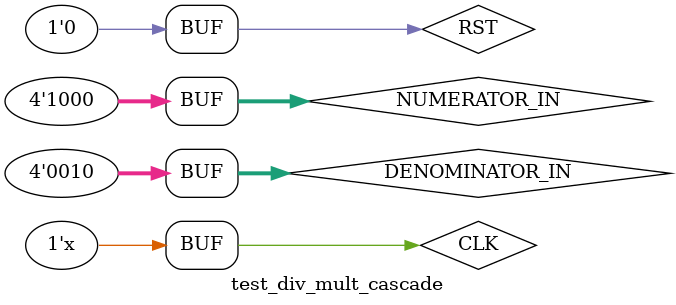
<source format=v>
`timescale 1ns/1ps

module test_div_mult_cascade;

parameter CLK_PERIOD = 10;

	
reg          CLK, RST;
reg   [3:0]  NUMERATOR_IN,  DENOMINATOR_IN;
wire  [3:0]  Q_OUT, R_OUT;



div_mult_cascade test(.CLK(CLK), .RST(RST), .NUMERATOR_IN(NUMERATOR_IN), .DENOMINATOR_IN(DENOMINATOR_IN), .Q_OUT(Q_OUT), .R_OUT(R_OUT));



initial 
begin
CLK <= 1'b0;
RST <= 1'b1;
#20 RST <= 1'b0;
end

initial 
begin


end


always
#(CLK_PERIOD/2) CLK = ~CLK;

initial
begin

#15 NUMERATOR_IN <= 4'd7; 
#65 NUMERATOR_IN <= 4'd9;
#65 NUMERATOR_IN <= 4'd5;
#65 NUMERATOR_IN <= 4'd8;
end

initial
begin

#15 DENOMINATOR_IN <= 4'd7; 
#65 DENOMINATOR_IN <= 4'd3;
#65 DENOMINATOR_IN <= 4'd2;
#65 DENOMINATOR_IN <= 4'd2;
end



initial 

$monitor ($time, "clk=%b", CLK, " Q_OUT = %h", Q_OUT);
endmodule



</source>
